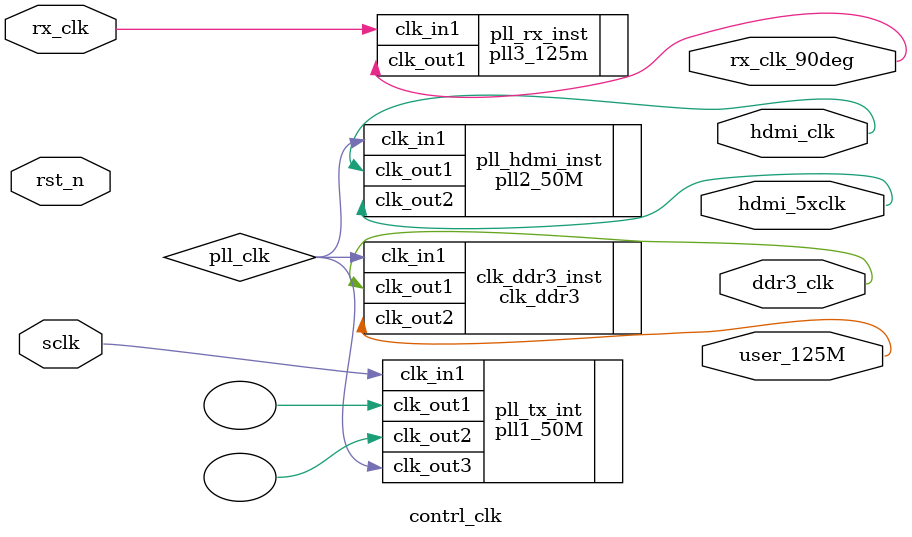
<source format=v>
module contrl_clk(
	input	wire		sclk,
	input	wire		rst_n,
	input	wire		rx_clk,
	

	output	wire		ddr3_clk,
	output	wire		user_125M,
	output	wire		hdmi_clk,
	output	wire		hdmi_5xclk,
	output	wire		rx_clk_90deg
);
wire	pll_clk;



//½ø50mÊ±ÖÓ£¬1³ö125mÏµÍ³Ê±ÖÓ£¬2³öÏàÒÆ10¡ãµÄ125mÏµÍ³Ê±ÖÓ£¬3³ö125mµÄÊ±ÖÓ£¬×÷ÎªÏÂÒ»¸öpllµÄÊäÈë£¬4Êä³ö333.333mµÄÊ±ÖÓ×÷Îªddr3µÄÊäÈëÊ±ÖÓ
     pll1_50M pll_tx_int
   (
    // Clock out ports
    .clk_out1(),     // output 125m
    .clk_out2(),      // OUT 125m 90deg
    .clk_out3(pll_clk),    // OUT125m pll2
   // Clock in ports
    .clk_in1(sclk));       // OUT  200Mhz
// INST_TAG_END ------ End INSTANTIATION Template ---------

//½ø125³ö65mÊ±ÖÓ
     pll2_50M pll_hdmi_inst
   (
    // Clock out ports
    .clk_out1(hdmi_clk),      // OUT  65m
   // Clock in ports
    .clk_out2(hdmi_5xclk),      // OUT 125m 90deg
    .clk_in1(pll_clk));      // IN  125m 
  
    pll3_125m pll_rx_inst
   (
    // Clock out ports
    .clk_out1(rx_clk_90deg),     // output clk_out1
   // Clock in ports
    .clk_in1(rx_clk));      // input clk_in1
// INST_TAG_END ------ End INSTANTIATION Template ---------
  clk_ddr3 clk_ddr3_inst
   (
    // Clock out ports
    .clk_out1(ddr3_clk),     // output clk_out1
    .clk_out2(user_125M),     // output clk_out2
   // Clock in ports
    .clk_in1(pll_clk));      // input clk_in1
endmodule

</source>
